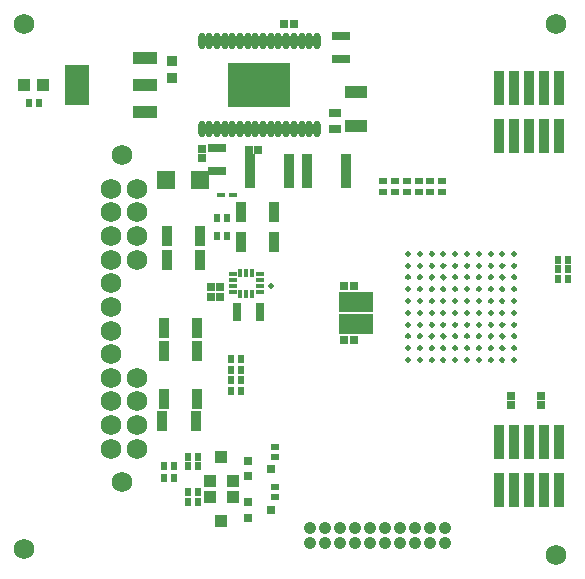
<source format=gts>
G04*
G04 #@! TF.GenerationSoftware,Altium Limited,Altium Designer,19.0.4 (130)*
G04*
G04 Layer_Color=8388736*
%FSLAX25Y25*%
%MOIN*%
G70*
G01*
G75*
G04:AMPARAMS|DCode=42|XSize=19.69mil|YSize=19.69mil|CornerRadius=9.85mil|HoleSize=0mil|Usage=FLASHONLY|Rotation=0.000|XOffset=0mil|YOffset=0mil|HoleType=Round|Shape=RoundedRectangle|*
%AMROUNDEDRECTD42*
21,1,0.01969,0.00000,0,0,0.0*
21,1,0.00000,0.01969,0,0,0.0*
1,1,0.01969,0.00000,0.00000*
1,1,0.01969,0.00000,0.00000*
1,1,0.01969,0.00000,0.00000*
1,1,0.01969,0.00000,0.00000*
%
%ADD42ROUNDEDRECTD42*%
%ADD44C,0.01100*%
%ADD45R,0.03713X0.11784*%
%ADD46R,0.02769X0.05918*%
%ADD47R,0.02926X0.02926*%
%ADD48R,0.05918X0.02769*%
%ADD49R,0.02926X0.02926*%
%ADD50R,0.03162X0.02769*%
%ADD51R,0.02375X0.02572*%
%ADD52R,0.03556X0.06902*%
%ADD53R,0.03950X0.04343*%
%ADD54R,0.02572X0.02375*%
%ADD55R,0.03556X0.11233*%
%ADD56R,0.03950X0.02769*%
%ADD57R,0.07296X0.04343*%
%ADD58R,0.20879X0.14973*%
%ADD59O,0.02375X0.05524*%
%ADD60R,0.03753X0.03556*%
%ADD61R,0.07887X0.13202*%
%ADD62R,0.07887X0.04343*%
%ADD63R,0.03950X0.03950*%
%ADD64R,0.11430X0.06706*%
%ADD65R,0.05918X0.06312*%
G04:AMPARAMS|DCode=66|XSize=19.81mil|YSize=19.81mil|CornerRadius=9.91mil|HoleSize=0mil|Usage=FLASHONLY|Rotation=270.000|XOffset=0mil|YOffset=0mil|HoleType=Round|Shape=RoundedRectangle|*
%AMROUNDEDRECTD66*
21,1,0.01981,0.00000,0,0,270.0*
21,1,0.00000,0.01981,0,0,270.0*
1,1,0.01981,0.00000,0.00000*
1,1,0.01981,0.00000,0.00000*
1,1,0.01981,0.00000,0.00000*
1,1,0.01981,0.00000,0.00000*
%
%ADD66ROUNDEDRECTD66*%
%ADD67R,0.02631X0.01784*%
%ADD68R,0.01784X0.02631*%
%ADD69R,0.02572X0.01784*%
%ADD70C,0.04147*%
%ADD71C,0.06800*%
%ADD72C,0.02769*%
D42*
X212599Y74803D02*
D03*
X208662D02*
D03*
X204725D02*
D03*
X200788D02*
D03*
X196851D02*
D03*
X192913D02*
D03*
X188976D02*
D03*
X185039D02*
D03*
X181102D02*
D03*
X177165D02*
D03*
X212599Y78740D02*
D03*
X208662D02*
D03*
X204725D02*
D03*
X200788D02*
D03*
X196851D02*
D03*
X192913D02*
D03*
X188976D02*
D03*
X185039D02*
D03*
X181102D02*
D03*
X177165D02*
D03*
X212599Y82677D02*
D03*
X208662D02*
D03*
X204725D02*
D03*
X200788D02*
D03*
X196851D02*
D03*
X192913D02*
D03*
X188976D02*
D03*
X185039D02*
D03*
X181102D02*
D03*
X177165D02*
D03*
X212599Y86614D02*
D03*
X208662D02*
D03*
X204725D02*
D03*
X200788D02*
D03*
X196851D02*
D03*
X192913D02*
D03*
X188976D02*
D03*
X185039D02*
D03*
X181102D02*
D03*
X177165D02*
D03*
X212599Y90551D02*
D03*
X208662D02*
D03*
X204725D02*
D03*
X200788D02*
D03*
X196851D02*
D03*
X192913D02*
D03*
X188976D02*
D03*
X185039D02*
D03*
X181102D02*
D03*
X177165D02*
D03*
X212599Y94489D02*
D03*
X208662D02*
D03*
X204725D02*
D03*
X200788D02*
D03*
X196851D02*
D03*
X192913D02*
D03*
X188976D02*
D03*
X185039D02*
D03*
X181102D02*
D03*
X177165D02*
D03*
X212599Y98426D02*
D03*
X208662D02*
D03*
X204725D02*
D03*
X200788D02*
D03*
X196851D02*
D03*
X192913D02*
D03*
X188976D02*
D03*
X185039D02*
D03*
X181102D02*
D03*
X177165D02*
D03*
X212599Y102363D02*
D03*
X208662D02*
D03*
X204725D02*
D03*
X200788D02*
D03*
X196851D02*
D03*
X192913D02*
D03*
X188976D02*
D03*
X185039D02*
D03*
X181102D02*
D03*
X177165D02*
D03*
X212599Y106300D02*
D03*
X208662D02*
D03*
X204725D02*
D03*
X200788D02*
D03*
X196851D02*
D03*
X192913D02*
D03*
X188976D02*
D03*
X185039D02*
D03*
X181102D02*
D03*
X177165D02*
D03*
X212599Y110237D02*
D03*
X208662D02*
D03*
X204725D02*
D03*
X200788D02*
D03*
X196851D02*
D03*
X192913D02*
D03*
X188976D02*
D03*
X185039D02*
D03*
X181102D02*
D03*
X177165D02*
D03*
D44*
X213149Y74803D02*
G03*
X213149Y74803I-550J0D01*
G01*
X209212D02*
G03*
X209212Y74803I-550J0D01*
G01*
X205275D02*
G03*
X205275Y74803I-550J0D01*
G01*
X201338D02*
G03*
X201338Y74803I-550J0D01*
G01*
X197401D02*
G03*
X197401Y74803I-550J0D01*
G01*
D02*
G03*
X197401Y74803I-550J0D01*
G01*
X193463D02*
G03*
X193463Y74803I-550J0D01*
G01*
X189526D02*
G03*
X189526Y74803I-550J0D01*
G01*
D02*
G03*
X189526Y74803I-550J0D01*
G01*
X185589D02*
G03*
X185589Y74803I-550J0D01*
G01*
D02*
G03*
X185589Y74803I-550J0D01*
G01*
X181652D02*
G03*
X181652Y74803I-550J0D01*
G01*
D02*
G03*
X181652Y74803I-550J0D01*
G01*
X177715D02*
G03*
X177715Y74803I-550J0D01*
G01*
X213149Y78740D02*
G03*
X213149Y78740I-550J0D01*
G01*
X209212D02*
G03*
X209212Y78740I-550J0D01*
G01*
X205275D02*
G03*
X205275Y78740I-550J0D01*
G01*
X201338D02*
G03*
X201338Y78740I-550J0D01*
G01*
X197401D02*
G03*
X197401Y78740I-550J0D01*
G01*
D02*
G03*
X197401Y78740I-550J0D01*
G01*
X193463D02*
G03*
X193463Y78740I-550J0D01*
G01*
X189526D02*
G03*
X189526Y78740I-550J0D01*
G01*
D02*
G03*
X189526Y78740I-550J0D01*
G01*
X185589D02*
G03*
X185589Y78740I-550J0D01*
G01*
D02*
G03*
X185589Y78740I-550J0D01*
G01*
X181652D02*
G03*
X181652Y78740I-550J0D01*
G01*
D02*
G03*
X181652Y78740I-550J0D01*
G01*
X177715D02*
G03*
X177715Y78740I-550J0D01*
G01*
X213149Y82677D02*
G03*
X213149Y82677I-550J0D01*
G01*
X209212D02*
G03*
X209212Y82677I-550J0D01*
G01*
X205275D02*
G03*
X205275Y82677I-550J0D01*
G01*
X201338D02*
G03*
X201338Y82677I-550J0D01*
G01*
X197401D02*
G03*
X197401Y82677I-550J0D01*
G01*
D02*
G03*
X197401Y82677I-550J0D01*
G01*
X193463D02*
G03*
X193463Y82677I-550J0D01*
G01*
X189526D02*
G03*
X189526Y82677I-550J0D01*
G01*
D02*
G03*
X189526Y82677I-550J0D01*
G01*
X185589D02*
G03*
X185589Y82677I-550J0D01*
G01*
D02*
G03*
X185589Y82677I-550J0D01*
G01*
X181652D02*
G03*
X181652Y82677I-550J0D01*
G01*
D02*
G03*
X181652Y82677I-550J0D01*
G01*
X177715D02*
G03*
X177715Y82677I-550J0D01*
G01*
X213149Y86614D02*
G03*
X213149Y86614I-550J0D01*
G01*
X209212D02*
G03*
X209212Y86614I-550J0D01*
G01*
X205275D02*
G03*
X205275Y86614I-550J0D01*
G01*
X201338D02*
G03*
X201338Y86614I-550J0D01*
G01*
X197401D02*
G03*
X197401Y86614I-550J0D01*
G01*
D02*
G03*
X197401Y86614I-550J0D01*
G01*
X193463D02*
G03*
X193463Y86614I-550J0D01*
G01*
X189526D02*
G03*
X189526Y86614I-550J0D01*
G01*
D02*
G03*
X189526Y86614I-550J0D01*
G01*
X185589D02*
G03*
X185589Y86614I-550J0D01*
G01*
D02*
G03*
X185589Y86614I-550J0D01*
G01*
X181652D02*
G03*
X181652Y86614I-550J0D01*
G01*
D02*
G03*
X181652Y86614I-550J0D01*
G01*
X177715D02*
G03*
X177715Y86614I-550J0D01*
G01*
X213149Y90551D02*
G03*
X213149Y90551I-550J0D01*
G01*
X209212D02*
G03*
X209212Y90551I-550J0D01*
G01*
X205275D02*
G03*
X205275Y90551I-550J0D01*
G01*
X201338D02*
G03*
X201338Y90551I-550J0D01*
G01*
X197401D02*
G03*
X197401Y90551I-550J0D01*
G01*
D02*
G03*
X197401Y90551I-550J0D01*
G01*
X193463D02*
G03*
X193463Y90551I-550J0D01*
G01*
X189526D02*
G03*
X189526Y90551I-550J0D01*
G01*
D02*
G03*
X189526Y90551I-550J0D01*
G01*
X185589D02*
G03*
X185589Y90551I-550J0D01*
G01*
D02*
G03*
X185589Y90551I-550J0D01*
G01*
X181652D02*
G03*
X181652Y90551I-550J0D01*
G01*
D02*
G03*
X181652Y90551I-550J0D01*
G01*
X177715D02*
G03*
X177715Y90551I-550J0D01*
G01*
X213149Y94489D02*
G03*
X213149Y94489I-550J0D01*
G01*
X209212D02*
G03*
X209212Y94489I-550J0D01*
G01*
X205275D02*
G03*
X205275Y94489I-550J0D01*
G01*
X201338D02*
G03*
X201338Y94489I-550J0D01*
G01*
X197401D02*
G03*
X197401Y94489I-550J0D01*
G01*
D02*
G03*
X197401Y94489I-550J0D01*
G01*
X193463D02*
G03*
X193463Y94489I-550J0D01*
G01*
X189526D02*
G03*
X189526Y94489I-550J0D01*
G01*
D02*
G03*
X189526Y94489I-550J0D01*
G01*
X185589D02*
G03*
X185589Y94489I-550J0D01*
G01*
D02*
G03*
X185589Y94489I-550J0D01*
G01*
X181652D02*
G03*
X181652Y94489I-550J0D01*
G01*
D02*
G03*
X181652Y94489I-550J0D01*
G01*
X177715D02*
G03*
X177715Y94489I-550J0D01*
G01*
X213149Y98426D02*
G03*
X213149Y98426I-550J0D01*
G01*
X209212D02*
G03*
X209212Y98426I-550J0D01*
G01*
X205275D02*
G03*
X205275Y98426I-550J0D01*
G01*
X201338D02*
G03*
X201338Y98426I-550J0D01*
G01*
X197401D02*
G03*
X197401Y98426I-550J0D01*
G01*
D02*
G03*
X197401Y98426I-550J0D01*
G01*
X193463D02*
G03*
X193463Y98426I-550J0D01*
G01*
X189526D02*
G03*
X189526Y98426I-550J0D01*
G01*
D02*
G03*
X189526Y98426I-550J0D01*
G01*
X185589D02*
G03*
X185589Y98426I-550J0D01*
G01*
D02*
G03*
X185589Y98426I-550J0D01*
G01*
X181652D02*
G03*
X181652Y98426I-550J0D01*
G01*
D02*
G03*
X181652Y98426I-550J0D01*
G01*
X177715D02*
G03*
X177715Y98426I-550J0D01*
G01*
X213149Y102363D02*
G03*
X213149Y102363I-550J0D01*
G01*
X209212D02*
G03*
X209212Y102363I-550J0D01*
G01*
X205275D02*
G03*
X205275Y102363I-550J0D01*
G01*
X201338D02*
G03*
X201338Y102363I-550J0D01*
G01*
X197401D02*
G03*
X197401Y102363I-550J0D01*
G01*
D02*
G03*
X197401Y102363I-550J0D01*
G01*
X193463D02*
G03*
X193463Y102363I-550J0D01*
G01*
X189526D02*
G03*
X189526Y102363I-550J0D01*
G01*
D02*
G03*
X189526Y102363I-550J0D01*
G01*
X185589D02*
G03*
X185589Y102363I-550J0D01*
G01*
D02*
G03*
X185589Y102363I-550J0D01*
G01*
X181652D02*
G03*
X181652Y102363I-550J0D01*
G01*
D02*
G03*
X181652Y102363I-550J0D01*
G01*
X177715D02*
G03*
X177715Y102363I-550J0D01*
G01*
X213149Y106300D02*
G03*
X213149Y106300I-550J0D01*
G01*
X209212D02*
G03*
X209212Y106300I-550J0D01*
G01*
X205275D02*
G03*
X205275Y106300I-550J0D01*
G01*
X201338D02*
G03*
X201338Y106300I-550J0D01*
G01*
X197401D02*
G03*
X197401Y106300I-550J0D01*
G01*
D02*
G03*
X197401Y106300I-550J0D01*
G01*
X193463D02*
G03*
X193463Y106300I-550J0D01*
G01*
X189526D02*
G03*
X189526Y106300I-550J0D01*
G01*
D02*
G03*
X189526Y106300I-550J0D01*
G01*
X185589D02*
G03*
X185589Y106300I-550J0D01*
G01*
D02*
G03*
X185589Y106300I-550J0D01*
G01*
X181652D02*
G03*
X181652Y106300I-550J0D01*
G01*
D02*
G03*
X181652Y106300I-550J0D01*
G01*
X177715D02*
G03*
X177715Y106300I-550J0D01*
G01*
X213149Y110237D02*
G03*
X213149Y110237I-550J0D01*
G01*
X209212D02*
G03*
X209212Y110237I-550J0D01*
G01*
X205275D02*
G03*
X205275Y110237I-550J0D01*
G01*
X201338D02*
G03*
X201338Y110237I-550J0D01*
G01*
X197401D02*
G03*
X197401Y110237I-550J0D01*
G01*
D02*
G03*
X197401Y110237I-550J0D01*
G01*
X193463D02*
G03*
X193463Y110237I-550J0D01*
G01*
X189526D02*
G03*
X189526Y110237I-550J0D01*
G01*
D02*
G03*
X189526Y110237I-550J0D01*
G01*
X185589D02*
G03*
X185589Y110237I-550J0D01*
G01*
D02*
G03*
X185589Y110237I-550J0D01*
G01*
X181652D02*
G03*
X181652Y110237I-550J0D01*
G01*
D02*
G03*
X181652Y110237I-550J0D01*
G01*
X177715D02*
G03*
X177715Y110237I-550J0D01*
G01*
D45*
X227441Y165492D02*
D03*
Y149468D02*
D03*
X222441Y165492D02*
D03*
Y149468D02*
D03*
X217441Y165492D02*
D03*
Y149468D02*
D03*
X212441Y165492D02*
D03*
Y149468D02*
D03*
X207441Y165492D02*
D03*
Y149468D02*
D03*
X227441Y47382D02*
D03*
Y31358D02*
D03*
X222441Y47382D02*
D03*
Y31358D02*
D03*
X217441Y47382D02*
D03*
Y31358D02*
D03*
X212441Y47382D02*
D03*
Y31358D02*
D03*
X207441Y47382D02*
D03*
Y31358D02*
D03*
D46*
X120215Y90748D02*
D03*
X127893D02*
D03*
D47*
X135865Y187008D02*
D03*
X139015D02*
D03*
X124016Y144882D02*
D03*
X127165D02*
D03*
X111357Y99114D02*
D03*
X114507D02*
D03*
X111357Y95965D02*
D03*
X114507D02*
D03*
X155944Y81496D02*
D03*
X159093D02*
D03*
X155944Y99606D02*
D03*
X159093D02*
D03*
D48*
X113523Y137894D02*
D03*
Y145571D02*
D03*
X154861Y175295D02*
D03*
Y182972D02*
D03*
D49*
X108405Y142126D02*
D03*
Y145276D02*
D03*
X221654Y62992D02*
D03*
Y59842D02*
D03*
X211417Y62992D02*
D03*
Y59842D02*
D03*
D50*
X131398Y38583D02*
D03*
X123721Y36024D02*
D03*
Y41142D02*
D03*
X131436Y24803D02*
D03*
X123759Y22244D02*
D03*
Y27362D02*
D03*
D51*
X121653Y64567D02*
D03*
X118307D02*
D03*
X121653Y68110D02*
D03*
X118307D02*
D03*
X121653Y71653D02*
D03*
X118307D02*
D03*
X121653Y75197D02*
D03*
X118307D02*
D03*
X116831Y122047D02*
D03*
X113484D02*
D03*
X116831Y116142D02*
D03*
X113484D02*
D03*
X103839Y42520D02*
D03*
X107185D02*
D03*
X103839Y39370D02*
D03*
X107185D02*
D03*
X95768D02*
D03*
X99114D02*
D03*
X95768Y35433D02*
D03*
X99114D02*
D03*
X103839Y30709D02*
D03*
X107185D02*
D03*
X103839Y27559D02*
D03*
X107185D02*
D03*
X50689Y160630D02*
D03*
X54035D02*
D03*
X227067Y108268D02*
D03*
X230413D02*
D03*
X227067Y105118D02*
D03*
X230413D02*
D03*
X227067Y101969D02*
D03*
X230413D02*
D03*
D52*
X106500Y54500D02*
D03*
X95280D02*
D03*
X95768Y62008D02*
D03*
X106988D02*
D03*
X106988Y77756D02*
D03*
X95768D02*
D03*
X95768Y85630D02*
D03*
X106988D02*
D03*
X107972Y108268D02*
D03*
X96752D02*
D03*
X96752Y116142D02*
D03*
X107972D02*
D03*
X132579Y124016D02*
D03*
X121358D02*
D03*
X121358Y114173D02*
D03*
X132579D02*
D03*
D53*
X118701Y34646D02*
D03*
X114961Y42520D02*
D03*
X111221Y34646D02*
D03*
Y29134D02*
D03*
X114961Y21260D02*
D03*
X118701Y29134D02*
D03*
D54*
X132677Y45768D02*
D03*
Y42421D02*
D03*
Y32382D02*
D03*
Y29035D02*
D03*
X168898Y131004D02*
D03*
Y134350D02*
D03*
X172835Y131004D02*
D03*
Y134350D02*
D03*
X176772Y131004D02*
D03*
Y134350D02*
D03*
X184646Y131004D02*
D03*
Y134350D02*
D03*
X180709Y131004D02*
D03*
Y134350D02*
D03*
X188583Y131004D02*
D03*
Y134350D02*
D03*
D55*
X137538Y137795D02*
D03*
X124349D02*
D03*
X143345D02*
D03*
X156534D02*
D03*
D56*
X152893Y151811D02*
D03*
Y157244D02*
D03*
D57*
X159782Y164075D02*
D03*
Y152854D02*
D03*
D58*
X127597Y166535D02*
D03*
D59*
X108405Y151969D02*
D03*
X110964D02*
D03*
X113523D02*
D03*
X116082D02*
D03*
X118641D02*
D03*
X121200D02*
D03*
X123759D02*
D03*
X126318D02*
D03*
X128877D02*
D03*
X131436D02*
D03*
X133995D02*
D03*
X136554D02*
D03*
X139113D02*
D03*
X141672D02*
D03*
X144231D02*
D03*
X146790D02*
D03*
X108405Y181102D02*
D03*
X110964D02*
D03*
X113523D02*
D03*
X116082D02*
D03*
X118641D02*
D03*
X121200D02*
D03*
X123759D02*
D03*
X126318D02*
D03*
X128877D02*
D03*
X131436D02*
D03*
X133995D02*
D03*
X136554D02*
D03*
X139113D02*
D03*
X141672D02*
D03*
X144231D02*
D03*
X146790D02*
D03*
D60*
X98425Y174508D02*
D03*
Y168996D02*
D03*
D61*
X66732Y166535D02*
D03*
D62*
X89567Y175591D02*
D03*
Y166535D02*
D03*
Y157480D02*
D03*
D63*
X49213Y166535D02*
D03*
X55512D02*
D03*
D64*
X159782Y94291D02*
D03*
Y86810D02*
D03*
D65*
X107776Y134843D02*
D03*
X96358D02*
D03*
D66*
X131436Y99606D02*
D03*
D67*
X118690Y103346D02*
D03*
Y101378D02*
D03*
Y99409D02*
D03*
Y97441D02*
D03*
X127843D02*
D03*
Y99409D02*
D03*
Y101378D02*
D03*
Y103346D02*
D03*
D68*
X121298Y96801D02*
D03*
X123267D02*
D03*
X125235D02*
D03*
Y103986D02*
D03*
X123267D02*
D03*
X121298D02*
D03*
D69*
X114961Y129921D02*
D03*
X118701D02*
D03*
D70*
X144488Y13780D02*
D03*
X149488D02*
D03*
X159488D02*
D03*
X154488D02*
D03*
X169488D02*
D03*
X164488D02*
D03*
X179488D02*
D03*
X174488D02*
D03*
X189488D02*
D03*
X184488D02*
D03*
Y18779D02*
D03*
X189488D02*
D03*
X174488D02*
D03*
X179488D02*
D03*
X164488D02*
D03*
X169488D02*
D03*
X154488D02*
D03*
X159488D02*
D03*
X149488D02*
D03*
X144488D02*
D03*
D71*
X78149Y45276D02*
D03*
Y53150D02*
D03*
X86811Y45276D02*
D03*
Y53150D02*
D03*
X78149Y131890D02*
D03*
Y124016D02*
D03*
X86811Y131890D02*
D03*
Y124016D02*
D03*
Y116142D02*
D03*
Y68898D02*
D03*
X86811Y61024D02*
D03*
X78149Y116142D02*
D03*
Y108268D02*
D03*
Y100394D02*
D03*
Y92520D02*
D03*
Y84646D02*
D03*
Y76772D02*
D03*
Y61024D02*
D03*
Y68898D02*
D03*
X86811Y108268D02*
D03*
X81693Y143110D02*
D03*
Y34055D02*
D03*
X49213Y187008D02*
D03*
X226378D02*
D03*
X49213Y11811D02*
D03*
X226378Y9843D02*
D03*
D72*
X118936Y162205D02*
D03*
Y166535D02*
D03*
Y170866D02*
D03*
X123267Y162205D02*
D03*
Y166535D02*
D03*
Y170866D02*
D03*
X127597Y162205D02*
D03*
Y166535D02*
D03*
Y170866D02*
D03*
X131928Y162205D02*
D03*
Y166535D02*
D03*
Y170866D02*
D03*
X136259Y162205D02*
D03*
Y166535D02*
D03*
Y170866D02*
D03*
M02*

</source>
